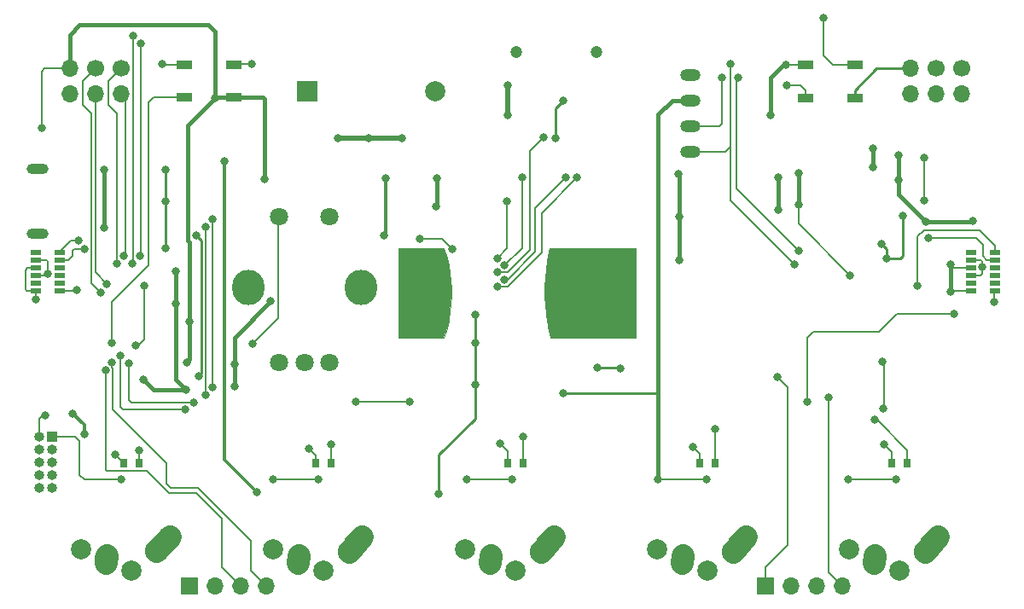
<source format=gtl>
G04 #@! TF.GenerationSoftware,KiCad,Pcbnew,(5.1.0)-1*
G04 #@! TF.CreationDate,2019-05-14T00:20:19-06:00*
G04 #@! TF.ProjectId,laser-theremin,6c617365-722d-4746-9865-72656d696e2e,rev?*
G04 #@! TF.SameCoordinates,Original*
G04 #@! TF.FileFunction,Copper,L1,Top*
G04 #@! TF.FilePolarity,Positive*
%FSLAX46Y46*%
G04 Gerber Fmt 4.6, Leading zero omitted, Abs format (unit mm)*
G04 Created by KiCad (PCBNEW (5.1.0)-1) date 2019-05-14 00:20:19*
%MOMM*%
%LPD*%
G04 APERTURE LIST*
%ADD10C,0.010000*%
%ADD11C,2.250000*%
%ADD12C,2.250000*%
%ADD13C,2.000000*%
%ADD14R,2.000000X2.000000*%
%ADD15C,1.700000*%
%ADD16O,1.700000X1.700000*%
%ADD17R,1.000000X1.000000*%
%ADD18O,1.000000X1.000000*%
%ADD19C,1.200000*%
%ADD20R,1.000000X0.550000*%
%ADD21C,1.800000*%
%ADD22O,3.200000X3.500000*%
%ADD23O,2.150000X1.050000*%
%ADD24R,1.498600X0.899160*%
%ADD25R,0.762000X0.889000*%
%ADD26O,2.000000X1.200000*%
%ADD27R,1.700000X1.700000*%
%ADD28C,0.800000*%
%ADD29C,0.177800*%
%ADD30C,0.254000*%
%ADD31C,0.381000*%
%ADD32C,0.508000*%
%ADD33C,0.304800*%
G04 APERTURE END LIST*
D10*
G36*
X159028000Y-96418500D02*
G01*
X150584132Y-96418500D01*
X150563356Y-96339125D01*
X150488669Y-96037546D01*
X150414538Y-95707443D01*
X150343859Y-95362560D01*
X150279529Y-95016641D01*
X150256360Y-94881886D01*
X150132106Y-94015999D01*
X150048699Y-93145918D01*
X150006084Y-92273993D01*
X150004208Y-91402576D01*
X150043017Y-90534016D01*
X150122456Y-89670666D01*
X150242471Y-88814874D01*
X150403008Y-87968992D01*
X150417076Y-87904208D01*
X150504049Y-87507333D01*
X159028000Y-87507333D01*
X159028000Y-96418500D01*
X159028000Y-96418500D01*
G37*
X159028000Y-96418500D02*
X150584132Y-96418500D01*
X150563356Y-96339125D01*
X150488669Y-96037546D01*
X150414538Y-95707443D01*
X150343859Y-95362560D01*
X150279529Y-95016641D01*
X150256360Y-94881886D01*
X150132106Y-94015999D01*
X150048699Y-93145918D01*
X150006084Y-92273993D01*
X150004208Y-91402576D01*
X150043017Y-90534016D01*
X150122456Y-89670666D01*
X150242471Y-88814874D01*
X150403008Y-87968992D01*
X150417076Y-87904208D01*
X150504049Y-87507333D01*
X159028000Y-87507333D01*
X159028000Y-96418500D01*
G36*
X140029470Y-87517917D02*
G01*
X140109376Y-87782500D01*
X140307895Y-88511997D01*
X140467625Y-89255772D01*
X140588322Y-90010597D01*
X140669740Y-90773241D01*
X140711634Y-91540477D01*
X140713758Y-92309074D01*
X140675868Y-93075803D01*
X140597719Y-93837436D01*
X140579357Y-93973750D01*
X140523742Y-94332432D01*
X140455442Y-94707325D01*
X140376979Y-95086964D01*
X140290875Y-95459886D01*
X140199651Y-95814627D01*
X140105828Y-96139724D01*
X140095754Y-96172233D01*
X140018877Y-96418500D01*
X135469500Y-96418500D01*
X135469500Y-87507143D01*
X140029470Y-87517917D01*
X140029470Y-87517917D01*
G37*
X140029470Y-87517917D02*
X140109376Y-87782500D01*
X140307895Y-88511997D01*
X140467625Y-89255772D01*
X140588322Y-90010597D01*
X140669740Y-90773241D01*
X140711634Y-91540477D01*
X140713758Y-92309074D01*
X140675868Y-93075803D01*
X140597719Y-93837436D01*
X140579357Y-93973750D01*
X140523742Y-94332432D01*
X140455442Y-94707325D01*
X140376979Y-95086964D01*
X140290875Y-95459886D01*
X140199651Y-95814627D01*
X140105828Y-96139724D01*
X140095754Y-96172233D01*
X140018877Y-96418500D01*
X135469500Y-96418500D01*
X135469500Y-87507143D01*
X140029470Y-87517917D01*
D11*
X106480000Y-118390000D03*
D12*
X106505506Y-118015868D02*
X106454494Y-118764132D01*
D13*
X108990000Y-119540000D03*
X103990000Y-117440000D03*
D11*
X111490000Y-117640000D03*
X112145005Y-116910004D03*
D12*
X112800000Y-116180000D02*
X111490010Y-117640008D01*
D11*
X125555000Y-118410000D03*
D12*
X125580506Y-118035868D02*
X125529494Y-118784132D01*
D13*
X128065000Y-119560000D03*
X123065000Y-117460000D03*
D11*
X130565000Y-117660000D03*
X131220005Y-116930004D03*
D12*
X131875000Y-116200000D02*
X130565010Y-117660008D01*
D11*
X144605000Y-118410000D03*
D12*
X144630506Y-118035868D02*
X144579494Y-118784132D01*
D13*
X147115000Y-119560000D03*
X142115000Y-117460000D03*
D11*
X149615000Y-117660000D03*
X150270005Y-116930004D03*
D12*
X150925000Y-116200000D02*
X149615010Y-117660008D01*
D11*
X163655000Y-118410000D03*
D12*
X163680506Y-118035868D02*
X163629494Y-118784132D01*
D13*
X166165000Y-119560000D03*
X161165000Y-117460000D03*
D11*
X168665000Y-117660000D03*
X169320005Y-116930004D03*
D12*
X169975000Y-116200000D02*
X168665010Y-117660008D01*
D11*
X182705000Y-118410000D03*
D12*
X182730506Y-118035868D02*
X182679494Y-118784132D01*
D13*
X185215000Y-119560000D03*
X180215000Y-117460000D03*
D11*
X187715000Y-117660000D03*
X188370005Y-116930004D03*
D12*
X189025000Y-116200000D02*
X187715010Y-117660008D01*
D13*
X139150000Y-72000000D03*
D14*
X126450000Y-72000000D03*
D15*
X191340000Y-69710000D03*
D16*
X191340000Y-72250000D03*
D15*
X188800000Y-69710000D03*
D16*
X188800000Y-72250000D03*
X186260000Y-69710000D03*
X186260000Y-72250000D03*
D15*
X107990000Y-69710000D03*
D16*
X107990000Y-72250000D03*
D15*
X105450000Y-69710000D03*
D16*
X105450000Y-72250000D03*
X102910000Y-69710000D03*
X102910000Y-72250000D03*
D17*
X101120000Y-106290000D03*
D18*
X99850000Y-106290000D03*
X101120000Y-107560000D03*
X99850000Y-107560000D03*
X101120000Y-108830000D03*
X99850000Y-108830000D03*
X101120000Y-110100000D03*
X99850000Y-110100000D03*
X101120000Y-111370000D03*
X99850000Y-111370000D03*
D19*
X155130000Y-68090000D03*
X147150000Y-68090000D03*
D20*
X99510000Y-91750000D03*
X99510000Y-91000000D03*
X99510000Y-90250000D03*
X99510000Y-89500000D03*
X99510000Y-88750000D03*
X99510000Y-88000000D03*
X101910000Y-91750000D03*
X101910000Y-89500000D03*
X101910000Y-88750000D03*
X101910000Y-88000000D03*
X101910000Y-90250000D03*
X101910000Y-91000000D03*
X194670000Y-91000000D03*
X194670000Y-90250000D03*
X194670000Y-88000000D03*
X194670000Y-88750000D03*
X194670000Y-89500000D03*
X194670000Y-91750000D03*
X192270000Y-88000000D03*
X192270000Y-88750000D03*
X192270000Y-89500000D03*
X192270000Y-90250000D03*
X192270000Y-91000000D03*
X192270000Y-91750000D03*
D21*
X126170000Y-98930000D03*
X128670000Y-84430000D03*
X123670000Y-84430000D03*
X123670000Y-98930000D03*
X128670000Y-98930000D03*
D22*
X131770000Y-91430000D03*
X120570000Y-91430000D03*
D23*
X99650000Y-79645000D03*
X99650000Y-86095000D03*
D24*
X114231440Y-69301540D03*
X114231440Y-72598460D03*
X119128560Y-72598460D03*
X119128560Y-69301540D03*
X180778560Y-69371540D03*
X180778560Y-72668460D03*
X175881440Y-72668460D03*
X175881440Y-69371540D03*
D25*
X109782000Y-108910000D03*
X108258000Y-108910000D03*
X127303000Y-108910000D03*
X128827000Y-108910000D03*
X147877000Y-108910000D03*
X146353000Y-108910000D03*
X165403000Y-108910000D03*
X166927000Y-108910000D03*
X184453000Y-108910000D03*
X185977000Y-108910000D03*
D26*
X164430000Y-70340000D03*
X164430000Y-72880000D03*
X164430000Y-75420000D03*
X164430000Y-77960000D03*
D27*
X171880000Y-121070000D03*
D16*
X174420000Y-121070000D03*
X176960000Y-121070000D03*
X179500000Y-121070000D03*
X122380000Y-121070000D03*
X119840000Y-121070000D03*
X117300000Y-121070000D03*
D27*
X114760000Y-121070000D03*
D28*
X173950000Y-69380000D03*
X112020000Y-69290000D03*
X99500000Y-92630000D03*
X112390000Y-82890000D03*
X112390000Y-79780000D03*
X112400000Y-87550000D03*
X119240000Y-99020000D03*
X119240000Y-101260000D03*
X185100000Y-78290000D03*
X185100000Y-80760000D03*
X190280000Y-89190000D03*
X113390000Y-93010000D03*
X113420000Y-89810000D03*
X129470000Y-76590000D03*
X135870000Y-76620000D03*
X132530000Y-76590000D03*
X146320000Y-71400000D03*
X146320000Y-74370000D03*
X187820000Y-84900000D03*
X192490000Y-84870000D03*
X190260000Y-91850000D03*
X143090000Y-96910000D03*
X143100000Y-94140000D03*
X155200000Y-99440000D03*
X157550000Y-99450000D03*
X106300000Y-85520000D03*
X172410000Y-74330000D03*
X173150000Y-83770000D03*
X173140000Y-80520000D03*
X139270000Y-80600000D03*
X139250000Y-83370000D03*
X106300000Y-79720000D03*
X163330000Y-88770000D03*
X163320000Y-84420000D03*
X163300000Y-80170000D03*
X103150000Y-103930000D03*
X104310000Y-106020000D03*
X114390000Y-101620000D03*
X110150000Y-100600000D03*
X122840000Y-92820000D03*
X143090000Y-101100000D03*
X139480000Y-111910000D03*
X123080000Y-110530000D03*
X127570000Y-110530000D03*
X142300000Y-110530000D03*
X146730000Y-110530000D03*
X161250000Y-110530000D03*
X166060000Y-110530000D03*
X180090000Y-110530000D03*
X184820000Y-110530000D03*
X108020000Y-110520000D03*
X100100000Y-75590000D03*
X114790000Y-94820000D03*
X117330000Y-72620000D03*
X122230000Y-80670000D03*
X175190000Y-80120000D03*
X175190000Y-83260000D03*
X180320000Y-90220000D03*
X114480000Y-98860000D03*
X151050000Y-76610000D03*
X151830000Y-72880000D03*
X151830000Y-101960000D03*
X182550000Y-77630000D03*
X182590000Y-79540000D03*
X193450000Y-89440000D03*
X183940000Y-88570000D03*
X185550000Y-84340000D03*
X183460000Y-87160000D03*
X100725000Y-90125000D03*
X110300000Y-91280000D03*
X146280000Y-82870000D03*
X187660000Y-82800000D03*
X187660000Y-78590000D03*
X109440000Y-97220000D03*
X145310000Y-88540000D03*
X134100000Y-86290000D03*
X134210000Y-80630000D03*
X115430000Y-86300000D03*
X115660000Y-100260000D03*
X103555000Y-91695000D03*
X190620000Y-94060000D03*
X176090000Y-102820000D03*
X131290000Y-102810000D03*
X136620000Y-102820000D03*
X194570000Y-92920000D03*
X100450000Y-104130000D03*
X152080000Y-80560000D03*
X146040000Y-90640000D03*
X153200000Y-80550000D03*
X145310000Y-91340000D03*
X149860000Y-76570000D03*
X145310000Y-89940000D03*
X147750000Y-80550000D03*
X146030000Y-89240000D03*
X188040000Y-86570000D03*
X104330000Y-87600000D03*
X106580000Y-91070000D03*
X167630000Y-70600000D03*
X169170000Y-70610000D03*
X175240000Y-87760000D03*
X105970000Y-91970000D03*
X168410000Y-69220000D03*
X174750000Y-89180000D03*
X186960000Y-91310000D03*
X103720000Y-86790000D03*
X137650000Y-86590000D03*
X140860000Y-87590000D03*
X117050000Y-84650000D03*
X117050000Y-101330000D03*
X116355000Y-85453200D03*
X116355000Y-102145000D03*
X109160000Y-66480000D03*
X109090000Y-89070000D03*
X109920000Y-67200000D03*
X109870000Y-88330000D03*
X108240000Y-88320000D03*
X107520000Y-89040000D03*
X120930000Y-69290000D03*
X174000000Y-71380000D03*
X164680000Y-107250000D03*
X107060000Y-96950000D03*
X121050000Y-97020000D03*
X109780000Y-107650000D03*
X107410000Y-108040000D03*
X126580000Y-107410000D03*
X128820000Y-107010000D03*
X147880000Y-106290000D03*
X145610000Y-106960000D03*
X166910000Y-105520000D03*
X183690000Y-107000000D03*
X182710000Y-104580000D03*
X183630000Y-103440000D03*
X183520000Y-98800000D03*
X121460000Y-111780000D03*
X118200000Y-78900000D03*
X178160000Y-102330000D03*
X173080000Y-100320000D03*
X177630000Y-64720000D03*
X107070000Y-98910000D03*
X106440000Y-99690000D03*
X107890000Y-98250000D03*
X114360000Y-103580000D03*
X108730000Y-98980000D03*
X115140000Y-102890000D03*
D29*
X175881440Y-69371540D02*
X173958460Y-69371540D01*
X173958460Y-69371540D02*
X173950000Y-69380000D01*
X112031540Y-69301540D02*
X112020000Y-69290000D01*
X114231440Y-69301540D02*
X112031540Y-69301540D01*
X99510000Y-89500000D02*
X98690000Y-89500000D01*
X98690000Y-89500000D02*
X98470000Y-89720000D01*
X98470000Y-89720000D02*
X98470000Y-91620000D01*
X98600000Y-91750000D02*
X99510000Y-91750000D01*
X98470000Y-91620000D02*
X98600000Y-91750000D01*
X99510000Y-91750000D02*
X99510000Y-92620000D01*
X99510000Y-92620000D02*
X99500000Y-92630000D01*
X192270000Y-89500000D02*
X191050000Y-89500000D01*
D30*
X112390000Y-82890000D02*
X112390000Y-79780000D01*
X112390000Y-82890000D02*
X112390000Y-87540000D01*
X112390000Y-87540000D02*
X112400000Y-87550000D01*
D31*
X185100000Y-78290000D02*
X185100000Y-80760000D01*
D29*
X191050000Y-89500000D02*
X190590000Y-89500000D01*
X190590000Y-89500000D02*
X190280000Y-89190000D01*
D31*
X113390000Y-93010000D02*
X113390000Y-89840000D01*
D32*
X129470000Y-76590000D02*
X132530000Y-76590000D01*
X135840000Y-76590000D02*
X135870000Y-76620000D01*
X132530000Y-76590000D02*
X135840000Y-76590000D01*
X146320000Y-71400000D02*
X146320000Y-74370000D01*
D31*
X185100000Y-80760000D02*
X185100000Y-82180000D01*
X185100000Y-82180000D02*
X187820000Y-84900000D01*
X187820000Y-84900000D02*
X192460000Y-84900000D01*
X192460000Y-84900000D02*
X192490000Y-84870000D01*
X190280000Y-89190000D02*
X190280000Y-91830000D01*
X190280000Y-91830000D02*
X190260000Y-91850000D01*
D29*
X190360000Y-91750000D02*
X190260000Y-91850000D01*
X192270000Y-91750000D02*
X190360000Y-91750000D01*
D30*
X143090000Y-96910000D02*
X143090000Y-94150000D01*
X143090000Y-94150000D02*
X143100000Y-94140000D01*
X155200000Y-99440000D02*
X157540000Y-99440000D01*
X157540000Y-99440000D02*
X157550000Y-99450000D01*
D31*
X173950000Y-69380000D02*
X173670000Y-69380000D01*
X173670000Y-69380000D02*
X172410000Y-70640000D01*
X172410000Y-70640000D02*
X172410000Y-74330000D01*
X173150000Y-83770000D02*
X173150000Y-80530000D01*
X173150000Y-80530000D02*
X173140000Y-80520000D01*
X139270000Y-80600000D02*
X139270000Y-83350000D01*
X139270000Y-83350000D02*
X139250000Y-83370000D01*
X106300000Y-85520000D02*
X106300000Y-79720000D01*
X163330000Y-88770000D02*
X163330000Y-84430000D01*
X163330000Y-84430000D02*
X163320000Y-84420000D01*
X163320000Y-84420000D02*
X163320000Y-80190000D01*
X163320000Y-80190000D02*
X163300000Y-80170000D01*
D33*
X103150000Y-103930000D02*
X104310000Y-105090000D01*
X104310000Y-105090000D02*
X104310000Y-106020000D01*
D31*
X113390000Y-93010000D02*
X113390000Y-100620000D01*
X113390000Y-100620000D02*
X114390000Y-101620000D01*
X114390000Y-101620000D02*
X111170000Y-101620000D01*
X111170000Y-101620000D02*
X110150000Y-100600000D01*
X119240000Y-101260000D02*
X119240000Y-99020000D01*
X119240000Y-99020000D02*
X119240000Y-96420000D01*
X119240000Y-96420000D02*
X122840000Y-92820000D01*
D30*
X143090000Y-96910000D02*
X143090000Y-101100000D01*
X143090000Y-101100000D02*
X143090000Y-104440000D01*
X143090000Y-104440000D02*
X139490000Y-108040000D01*
X139490000Y-108040000D02*
X139490000Y-111900000D01*
X139490000Y-111900000D02*
X139480000Y-111910000D01*
D29*
X123080000Y-110530000D02*
X127570000Y-110530000D01*
X142300000Y-110530000D02*
X146730000Y-110530000D01*
X161250000Y-110530000D02*
X166060000Y-110530000D01*
X180090000Y-110530000D02*
X184820000Y-110530000D01*
X102910000Y-69710000D02*
X100380000Y-69710000D01*
X100380000Y-69710000D02*
X100100000Y-69990000D01*
X100100000Y-69990000D02*
X100100000Y-75590000D01*
D30*
X180778560Y-72668460D02*
X180778560Y-71871440D01*
X182940000Y-69710000D02*
X186260000Y-69710000D01*
X180778560Y-71871440D02*
X182940000Y-69710000D01*
D31*
X119128560Y-72598460D02*
X117351540Y-72598460D01*
X117351540Y-72598460D02*
X117330000Y-72620000D01*
X117330000Y-72620000D02*
X117330000Y-66070000D01*
X117330000Y-66070000D02*
X116640000Y-65380000D01*
X116640000Y-65380000D02*
X103870000Y-65380000D01*
X102910000Y-66340000D02*
X102910000Y-69710000D01*
X103870000Y-65380000D02*
X102910000Y-66340000D01*
X119128560Y-72598460D02*
X121528460Y-72598460D01*
X121528460Y-72598460D02*
X122058460Y-72598460D01*
X122058460Y-72598460D02*
X122230000Y-72770000D01*
X122230000Y-72770000D02*
X122230000Y-80670000D01*
X175190000Y-80120000D02*
X175190000Y-83260000D01*
D29*
X175190000Y-83260000D02*
X175190000Y-85090000D01*
X175190000Y-85090000D02*
X180320000Y-90220000D01*
D31*
X114790000Y-98550000D02*
X114480000Y-98860000D01*
X114790000Y-94820000D02*
X114790000Y-98550000D01*
X114790000Y-94820000D02*
X114790000Y-86980000D01*
X114790000Y-86980000D02*
X114590000Y-86780000D01*
X114590000Y-75360000D02*
X117330000Y-72620000D01*
X114590000Y-86780000D02*
X114590000Y-75360000D01*
D30*
X151050000Y-73660000D02*
X151830000Y-72880000D01*
X151050000Y-76610000D02*
X151050000Y-73660000D01*
D31*
X162660000Y-72880000D02*
X164430000Y-72880000D01*
X161250000Y-74290000D02*
X162660000Y-72880000D01*
D30*
X161250000Y-101600000D02*
X161250000Y-101800000D01*
D31*
X161250000Y-101600000D02*
X161250000Y-74290000D01*
X161250000Y-110530000D02*
X161250000Y-101600000D01*
D30*
X161090000Y-101960000D02*
X151830000Y-101960000D01*
X161250000Y-101800000D02*
X161090000Y-101960000D01*
D29*
X101130000Y-106300000D02*
X101120000Y-106290000D01*
X103450000Y-106300000D02*
X101130000Y-106300000D01*
X103870000Y-106720000D02*
X103450000Y-106300000D01*
X103870000Y-110080000D02*
X103870000Y-106720000D01*
X108020000Y-110520000D02*
X104310000Y-110520000D01*
X104310000Y-110520000D02*
X103870000Y-110080000D01*
D31*
X182550000Y-77630000D02*
X182590000Y-77670000D01*
X182590000Y-77670000D02*
X182590000Y-79540000D01*
D29*
X99510000Y-88750000D02*
X100600000Y-88750000D01*
X100600000Y-88750000D02*
X100740000Y-88890000D01*
X100740000Y-88890000D02*
X100740000Y-89430000D01*
X100740000Y-89430000D02*
X100740000Y-90110000D01*
X100600000Y-90250000D02*
X99510000Y-90250000D01*
X100740000Y-90110000D02*
X100725000Y-90125000D01*
X192270000Y-88750000D02*
X193290000Y-88750000D01*
X193290000Y-88750000D02*
X193450000Y-88910000D01*
X193450000Y-88910000D02*
X193450000Y-89440000D01*
X192270000Y-90250000D02*
X193270000Y-90250000D01*
X193450000Y-90070000D02*
X193450000Y-89440000D01*
X193270000Y-90250000D02*
X193450000Y-90070000D01*
D30*
X185290000Y-88570000D02*
X183940000Y-88570000D01*
X185550000Y-84340000D02*
X185550000Y-88310000D01*
X185550000Y-88310000D02*
X185290000Y-88570000D01*
X183940000Y-87640000D02*
X183940000Y-88570000D01*
X183460000Y-87160000D02*
X183940000Y-87640000D01*
D29*
X100725000Y-90125000D02*
X100600000Y-90250000D01*
X110300000Y-96160000D02*
X110300000Y-91280000D01*
X146270000Y-82880000D02*
X146280000Y-82870000D01*
X187660000Y-82800000D02*
X187660000Y-78590000D01*
X146280000Y-82870000D02*
X146280000Y-86630000D01*
X146280000Y-86630000D02*
X146280000Y-87570000D01*
X146280000Y-87570000D02*
X145310000Y-88540000D01*
X109700000Y-97220000D02*
X110300000Y-96620000D01*
X109440000Y-97220000D02*
X109700000Y-97220000D01*
X110300000Y-96620000D02*
X110300000Y-96160000D01*
D33*
X134100000Y-86290000D02*
X134210000Y-86180000D01*
X134210000Y-86180000D02*
X134210000Y-80630000D01*
D30*
X115910000Y-86780000D02*
X115430000Y-86300000D01*
X115910000Y-99990000D02*
X115910000Y-86780000D01*
X115910000Y-99990000D02*
X115910000Y-100010000D01*
X115910000Y-100010000D02*
X115660000Y-100260000D01*
D29*
X103500000Y-91750000D02*
X103555000Y-91695000D01*
X101910000Y-91750000D02*
X103500000Y-91750000D01*
X176090000Y-102820000D02*
X176090000Y-96450000D01*
X176090000Y-96450000D02*
X176670000Y-95870000D01*
X176670000Y-95870000D02*
X183170000Y-95870000D01*
X184980000Y-94060000D02*
X190620000Y-94060000D01*
X183170000Y-95870000D02*
X184980000Y-94060000D01*
X131290000Y-102810000D02*
X131300000Y-102820000D01*
X131300000Y-102820000D02*
X136620000Y-102820000D01*
X194570000Y-91850000D02*
X194670000Y-91750000D01*
X194570000Y-92920000D02*
X194570000Y-91850000D01*
X100450000Y-104130000D02*
X100160000Y-104130000D01*
X99850000Y-104440000D02*
X99850000Y-106290000D01*
X100160000Y-104130000D02*
X99850000Y-104440000D01*
X146040000Y-90640000D02*
X146170000Y-90640000D01*
X146320000Y-90640000D02*
X146040000Y-90640000D01*
X149070000Y-87890000D02*
X146320000Y-90640000D01*
X152080000Y-80560000D02*
X149070000Y-83570000D01*
X149070000Y-83570000D02*
X149070000Y-87890000D01*
X153210000Y-80560000D02*
X153200000Y-80550000D01*
X145310000Y-91340000D02*
X146320000Y-91340000D01*
X146320000Y-91340000D02*
X149700000Y-87960000D01*
X149700000Y-84050000D02*
X153200000Y-80550000D01*
X149700000Y-87960000D02*
X149700000Y-84050000D01*
X145310000Y-89940000D02*
X146320000Y-89940000D01*
X146320000Y-89940000D02*
X148530000Y-87730000D01*
X148530000Y-77900000D02*
X149860000Y-76570000D01*
X148530000Y-87730000D02*
X148530000Y-77900000D01*
X147750000Y-80550000D02*
X147750000Y-86660000D01*
X147750000Y-86660000D02*
X147750000Y-87510000D01*
X146030000Y-89230000D02*
X147750000Y-87510000D01*
X146030000Y-89240000D02*
X146030000Y-89230000D01*
X194670000Y-88750000D02*
X193880000Y-88750000D01*
X193880000Y-88750000D02*
X193860000Y-88750000D01*
X193860000Y-88750000D02*
X193460000Y-88350000D01*
X193460000Y-88350000D02*
X193460000Y-87250000D01*
X193460000Y-87250000D02*
X192780000Y-86570000D01*
X192780000Y-86570000D02*
X188040000Y-86570000D01*
X101910000Y-88750000D02*
X102700000Y-88750000D01*
X102700000Y-88750000D02*
X103140000Y-88310000D01*
X103140000Y-88310000D02*
X103140000Y-87760000D01*
X103140000Y-87760000D02*
X103300000Y-87600000D01*
X103300000Y-87600000D02*
X104330000Y-87600000D01*
X105450000Y-89940000D02*
X105450000Y-72250000D01*
X106580000Y-91070000D02*
X105450000Y-89940000D01*
X164430000Y-75420000D02*
X167360000Y-75420000D01*
X167360000Y-75420000D02*
X167630000Y-75150000D01*
X167630000Y-75150000D02*
X167630000Y-70600000D01*
X169170000Y-70610000D02*
X169060000Y-70720000D01*
X169060000Y-81580000D02*
X169060000Y-81040000D01*
X175240000Y-87760000D02*
X169060000Y-81580000D01*
X169060000Y-70720000D02*
X169060000Y-81040000D01*
X105970000Y-91970000D02*
X105050000Y-91050000D01*
X105050000Y-91050000D02*
X105050000Y-74200000D01*
X105050000Y-74200000D02*
X104190000Y-73340000D01*
X104190000Y-70970000D02*
X105450000Y-69710000D01*
X104190000Y-73340000D02*
X104190000Y-70970000D01*
X167920000Y-77960000D02*
X164430000Y-77960000D01*
X168410000Y-69220000D02*
X168410000Y-77470000D01*
X168410000Y-77470000D02*
X167920000Y-77960000D01*
X168410000Y-77470000D02*
X168410000Y-82840000D01*
X168410000Y-82840000D02*
X174750000Y-89180000D01*
X194670000Y-88000000D02*
X194670000Y-87260000D01*
X194670000Y-87260000D02*
X193140000Y-85730000D01*
X193140000Y-85730000D02*
X187620000Y-85730000D01*
X187620000Y-85730000D02*
X186960000Y-86390000D01*
X186960000Y-86390000D02*
X186960000Y-91310000D01*
X101910000Y-88000000D02*
X101910000Y-87890000D01*
X101910000Y-87890000D02*
X103010000Y-86790000D01*
X103010000Y-86790000D02*
X103720000Y-86790000D01*
X137650000Y-86590000D02*
X139860000Y-86590000D01*
X139860000Y-86590000D02*
X140860000Y-87590000D01*
X117050000Y-101330000D02*
X117050000Y-100600000D01*
X117050000Y-101050000D02*
X117050000Y-100600000D01*
X117050000Y-100600000D02*
X117050000Y-84650000D01*
X116355000Y-85453200D02*
X116355000Y-100906801D01*
X116355000Y-100906801D02*
X116355000Y-102145000D01*
X116355000Y-102145000D02*
X116350000Y-102150000D01*
X109160000Y-67150000D02*
X109160000Y-66670000D01*
X109160000Y-66480000D02*
X109160000Y-67310000D01*
X109160000Y-88310000D02*
X109160000Y-67310000D01*
X109160000Y-67310000D02*
X109160000Y-67150000D01*
X109160000Y-88310000D02*
X109160000Y-89000000D01*
X109160000Y-89000000D02*
X109090000Y-89070000D01*
X109920000Y-67200000D02*
X109930000Y-67210000D01*
X109930000Y-67210000D02*
X109930000Y-87540000D01*
X109930000Y-87540000D02*
X109930000Y-88270000D01*
X109930000Y-88270000D02*
X109870000Y-88330000D01*
X108390000Y-72650000D02*
X107990000Y-72250000D01*
X108240000Y-88320000D02*
X108390000Y-88170000D01*
X108390000Y-88170000D02*
X108390000Y-72650000D01*
X106710000Y-70990000D02*
X107990000Y-69710000D01*
X106710000Y-73340000D02*
X106710000Y-70990000D01*
X107540000Y-74170000D02*
X106710000Y-73340000D01*
X107520000Y-89040000D02*
X107540000Y-89020000D01*
X107540000Y-89020000D02*
X107540000Y-74170000D01*
X119140100Y-69290000D02*
X119128560Y-69301540D01*
X120930000Y-69290000D02*
X119140100Y-69290000D01*
X175881440Y-72668460D02*
X175881440Y-71871440D01*
X175881440Y-71871440D02*
X175390000Y-71380000D01*
X175390000Y-71380000D02*
X174000000Y-71380000D01*
X165403000Y-108910000D02*
X165403000Y-107973000D01*
X165403000Y-107973000D02*
X164680000Y-107250000D01*
X111161540Y-72598460D02*
X114231440Y-72598460D01*
X110690000Y-73070000D02*
X111161540Y-72598460D01*
X110690000Y-88050000D02*
X110690000Y-73070000D01*
X107060000Y-96950000D02*
X107060000Y-92840000D01*
X110690000Y-89210000D02*
X110690000Y-88050000D01*
X107060000Y-92840000D02*
X110690000Y-89210000D01*
X121050000Y-97020000D02*
X123560000Y-94510000D01*
X123560000Y-84540000D02*
X123670000Y-84430000D01*
X123560000Y-94510000D02*
X123560000Y-84540000D01*
X109770000Y-108898000D02*
X109782000Y-108910000D01*
X109782000Y-107652000D02*
X109782000Y-108910000D01*
X109780000Y-107650000D02*
X109782000Y-107652000D01*
X108258000Y-108910000D02*
X108258000Y-108888000D01*
X108258000Y-108888000D02*
X107410000Y-108040000D01*
X127303000Y-108910000D02*
X127303000Y-108133000D01*
X127303000Y-108133000D02*
X126580000Y-107410000D01*
X128827000Y-107017000D02*
X128827000Y-108910000D01*
X128820000Y-107010000D02*
X128827000Y-107017000D01*
X147877000Y-106293000D02*
X147877000Y-108910000D01*
X147880000Y-106290000D02*
X147877000Y-106293000D01*
X146353000Y-108910000D02*
X146353000Y-107703000D01*
X146353000Y-107703000D02*
X145610000Y-106960000D01*
X166927000Y-105537000D02*
X166927000Y-108910000D01*
X166910000Y-105520000D02*
X166927000Y-105537000D01*
X184453000Y-108910000D02*
X184453000Y-107763000D01*
X184453000Y-107763000D02*
X183690000Y-107000000D01*
X185980000Y-108907000D02*
X185977000Y-108910000D01*
X185977000Y-108910000D02*
X185977000Y-107587000D01*
X185977000Y-107587000D02*
X182970000Y-104580000D01*
X182970000Y-104580000D02*
X182710000Y-104580000D01*
X183630000Y-103440000D02*
X183650000Y-103420000D01*
X183650000Y-103420000D02*
X183650000Y-98930000D01*
X183650000Y-98930000D02*
X183520000Y-98800000D01*
D33*
X121460000Y-111780000D02*
X118200000Y-108520000D01*
X118200000Y-108520000D02*
X118200000Y-78900000D01*
D29*
X178170000Y-102340000D02*
X178160000Y-102330000D01*
X178160000Y-119730000D02*
X179500000Y-121070000D01*
X178160000Y-102330000D02*
X178160000Y-119730000D01*
X173090000Y-100330000D02*
X173080000Y-100320000D01*
X173080000Y-100320000D02*
X173090000Y-100320000D01*
X173090000Y-100320000D02*
X174080000Y-101310000D01*
X174080000Y-101310000D02*
X174080000Y-117040000D01*
X171880000Y-119240000D02*
X171880000Y-121070000D01*
X174080000Y-117040000D02*
X171880000Y-119240000D01*
X180778560Y-69371540D02*
X178591540Y-69371540D01*
X178591540Y-69371540D02*
X177630000Y-68410000D01*
X177630000Y-68410000D02*
X177630000Y-64720000D01*
X120880000Y-119570000D02*
X122380000Y-121070000D01*
X115640000Y-111360000D02*
X120880000Y-116600000D01*
X112920000Y-111360000D02*
X115640000Y-111360000D01*
X107070000Y-99390000D02*
X107140000Y-99460000D01*
X107140000Y-99460000D02*
X107140000Y-103510000D01*
X107140000Y-103510000D02*
X112510000Y-108880000D01*
X120880000Y-116600000D02*
X120880000Y-119570000D01*
X112510000Y-108880000D02*
X112510000Y-110950000D01*
X107070000Y-98910000D02*
X107070000Y-99390000D01*
X112510000Y-110950000D02*
X112920000Y-111360000D01*
X117990000Y-119220000D02*
X119840000Y-121070000D01*
X117990000Y-114370000D02*
X117990000Y-119220000D01*
X106440000Y-109520000D02*
X106580000Y-109660000D01*
X106440000Y-99690000D02*
X106440000Y-109520000D01*
X106580000Y-109660000D02*
X110540000Y-109660000D01*
X112710000Y-111830000D02*
X115450000Y-111830000D01*
X110540000Y-109660000D02*
X112710000Y-111830000D01*
X115450000Y-111830000D02*
X117990000Y-114370000D01*
X107890000Y-98250000D02*
X107880000Y-98260000D01*
X107880000Y-98260000D02*
X107880000Y-103270000D01*
X107880000Y-103270000D02*
X108190000Y-103580000D01*
X108190000Y-103580000D02*
X114360000Y-103580000D01*
X108730000Y-98980000D02*
X108730000Y-102610000D01*
X108730000Y-102610000D02*
X109010000Y-102890000D01*
X109010000Y-102890000D02*
X115140000Y-102890000D01*
M02*

</source>
